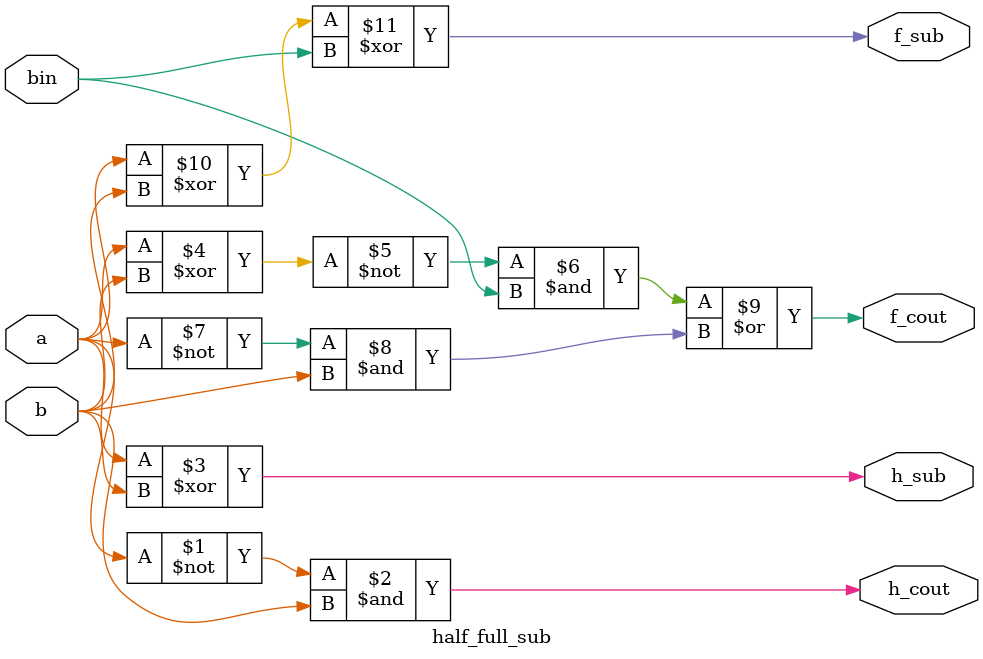
<source format=v>
`timescale 1ns / 1ps


module half_full_sub(
input a,b,bin,
output h_cout,h_sub,f_cout,f_sub
    );
assign h_cout=(~a)&b;
assign h_sub=a^b;
assign f_cout=((~(a^b))&bin)|((~a)&b);
assign f_sub=a^b^bin;    
endmodule

</source>
